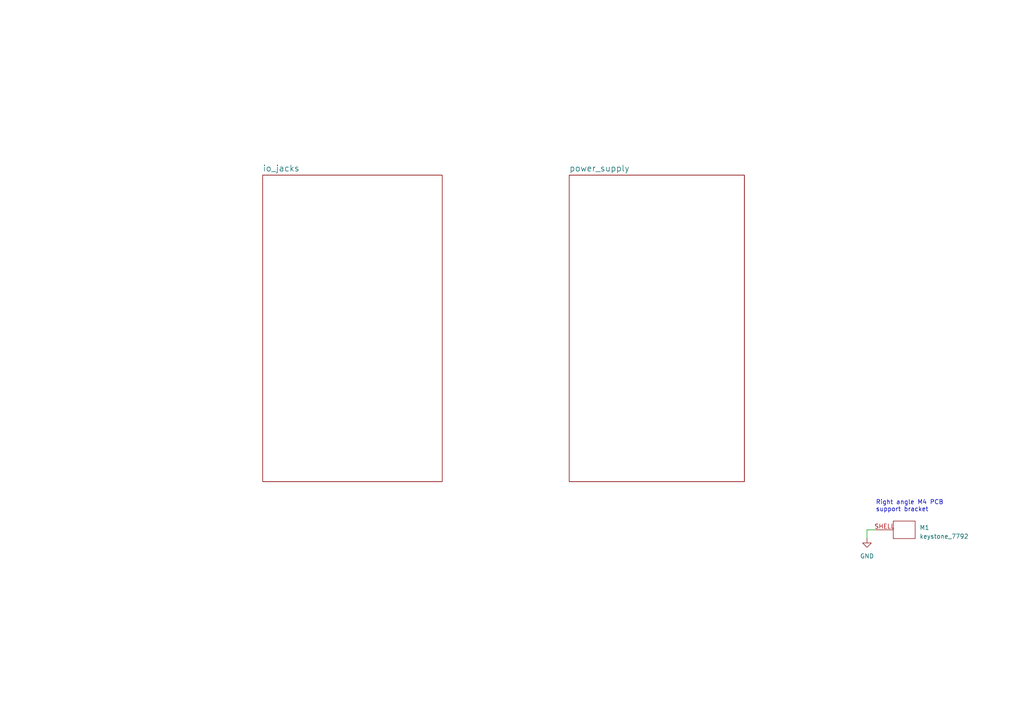
<source format=kicad_sch>
(kicad_sch (version 20230121) (generator eeschema)
  (paper "A4")
  (title_block (title "MICRO-OX Power-Supply and IO Board") (date "2023-05-13") (rev "0") (comment 2 "creativecommons.org/licenses/by/4.0") (comment 3 "license: CC by 4.0") (comment 4 "Author: Jordan Aceto"))
  (lib_symbols
    (symbol "custom_symbols:keystone_7792"
      (property "Reference" "M" (at 0 3.81 0))
      (property "Value" "keystone_7792" (at 0 0 0))
      (symbol "keystone_7792_0_1"
        (rectangle (start -2.54 2.54) (end 3.81 -2.54))
      )
      (symbol "keystone_7792_1_1"
        (pin input line (at -7.62 0 0) (length 5.08) (name "") (number "SHELL"))
      )
    )
    (symbol "power:GND" (power) (pin_names (offset 0))
      (property "Value" "GND" (at 0 -3.81 0))
      (symbol "GND_0_1"
        (polyline (pts (xy 0 0) (xy 0 -1.27) (xy 1.27 -1.27) (xy 0 -2.54) (xy -1.27 -1.27) (xy 0 -1.27)))
      )
      (symbol "GND_1_1"
        (pin power_in line (at 0 0 270) (length 0) hide (name "GND") (number "1"))
      )
    )
  )
  (wire (pts (xy 251.46 153.67) (xy 254 153.67)))
  (wire (pts (xy 251.46 156.21) (xy 251.46 153.67)))
  (text "Right angle M4 PCB\nsupport bracket" (at 254 148.59 0) (effects (font (size 1.27 1.27)) (justify left bottom)))
  (symbol (lib_id "custom_symbols:keystone_7792") (at 261.62 153.67 0) (unit 1)
    (property "Reference" "M1" (at 266.7 153.035 0) (effects (justify left)))
    (property "Value" "keystone_7792" (at 266.7 155.575 0) (effects (justify left)))
    (property "Footprint" "custom_footprints:keystone_7792" (effects hide))
    (property "Datasheet" "https://www.keyelco.com/userAssets/file/M65p69.pdf" (effects hide))
  )
  (symbol (lib_id "power:GND") (at 251.46 156.21 0) (unit 1)
    (property "Reference" "#PWR02" (effects hide))
    (property "Value" "GND" (at 251.46 161.29 0))
  )
  (sheet (at 76.2 50.8) (size 52.07 88.9) (stroke (width 0.1524))
    (property "Sheetname" "io_jacks" (at 76.2 49.8484 0) (effects (font (size 1.75 1.75)) (justify left bottom)))
    (property "Sheetfile" "io_jacks.kicad_sch" (effects hide))
  )
  (sheet (at 165.1 50.8) (size 50.8 88.9) (stroke (width 0.1524))
    (property "Sheetname" "power_supply" (at 165.1 49.8484 0) (effects (font (size 1.75 1.75)) (justify left bottom)))
    (property "Sheetfile" "power_supply.kicad_sch" (effects hide))
  )
)
</source>
